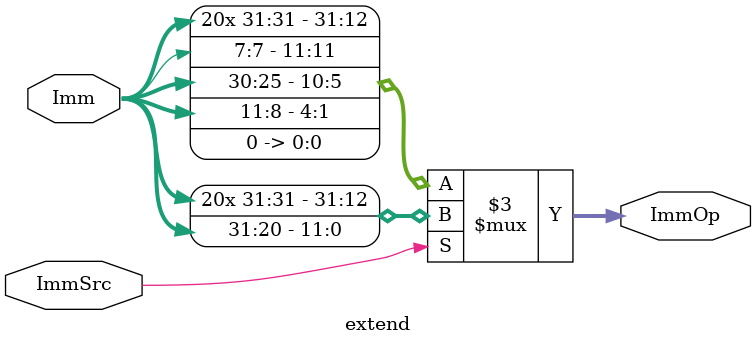
<source format=sv>
module extend #(
    parameter WIDTH = 32
) (
    //interface signals
    input   logic   [WIDTH-1:0]  Imm,                       //32 bit instruction
    input   logic                ImmSrc,                    //Control signal
    output  logic   [WIDTH-1:0]  ImmOp                      //32 bit out
);

always_comb begin
    if (ImmSrc) ImmOp = { {WIDTH-12{Imm[31]}}, Imm[31:20] };                           //I-type when ImmSrc = 1
    else        ImmOp = { {WIDTH-12{Imm[31]}}, Imm[7], Imm[30:25], Imm[11:8], 1'b0 };  //J-type when ImmSrc = xx
end
endmodule

</source>
